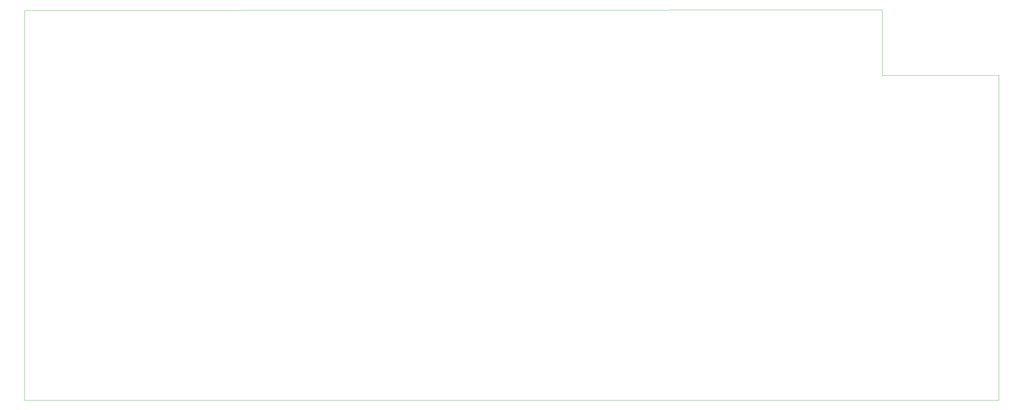
<source format=gbr>
G04 #@! TF.GenerationSoftware,KiCad,Pcbnew,(5.1.6-0-10_14)*
G04 #@! TF.CreationDate,2020-07-14T21:26:00+02:00*
G04 #@! TF.ProjectId,can-ortholinear-keyboard,63616e2d-6f72-4746-986f-6c696e656172,0.1*
G04 #@! TF.SameCoordinates,Original*
G04 #@! TF.FileFunction,Profile,NP*
%FSLAX46Y46*%
G04 Gerber Fmt 4.6, Leading zero omitted, Abs format (unit mm)*
G04 Created by KiCad (PCBNEW (5.1.6-0-10_14)) date 2020-07-14 21:26:00*
%MOMM*%
%LPD*%
G01*
G04 APERTURE LIST*
G04 #@! TA.AperFunction,Profile*
%ADD10C,0.050000*%
G04 #@! TD*
G04 APERTURE END LIST*
D10*
X39243000Y-145923000D02*
X39243000Y-31623000D01*
X324993000Y-145923000D02*
X39243000Y-145923000D01*
X324993000Y-50673000D02*
X324993000Y-145923000D01*
X290830000Y-50673000D02*
X324993000Y-50673000D01*
X290830000Y-31496000D02*
X290830000Y-50673000D01*
X39243000Y-31623000D02*
X290830000Y-31496000D01*
M02*

</source>
